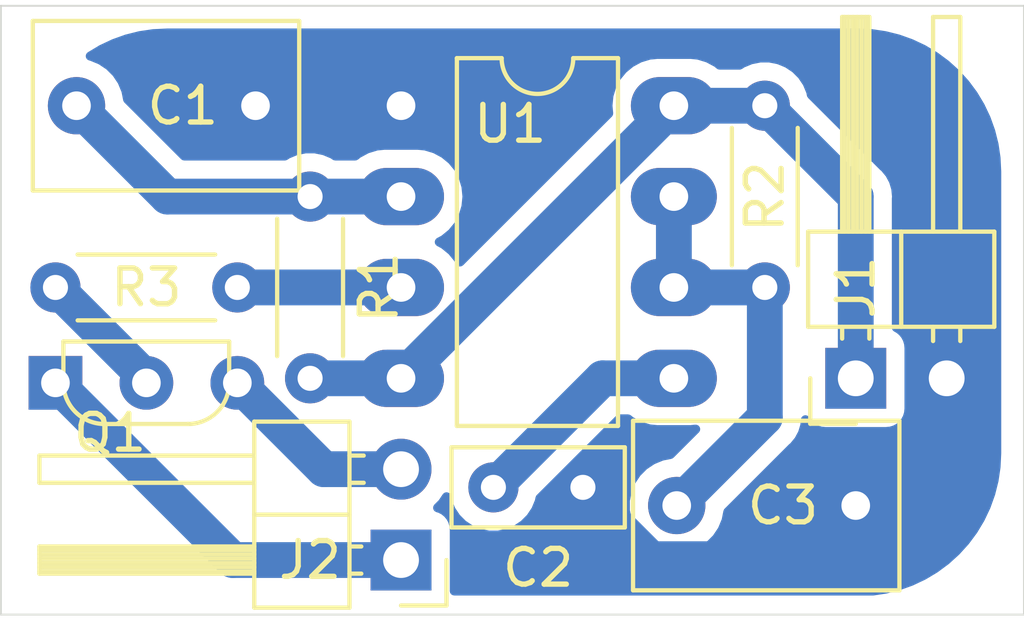
<source format=kicad_pcb>
(kicad_pcb (version 20171130) (host pcbnew 5.1.7-a382d34a8~87~ubuntu18.04.1)

  (general
    (thickness 1.6)
    (drawings 4)
    (tracks 28)
    (zones 0)
    (modules 10)
    (nets 10)
  )

  (page A4)
  (layers
    (0 F.Cu signal)
    (31 B.Cu signal)
    (32 B.Adhes user)
    (33 F.Adhes user)
    (34 B.Paste user)
    (35 F.Paste user)
    (36 B.SilkS user)
    (37 F.SilkS user)
    (38 B.Mask user)
    (39 F.Mask user)
    (40 Dwgs.User user)
    (41 Cmts.User user)
    (42 Eco1.User user)
    (43 Eco2.User user)
    (44 Edge.Cuts user)
    (45 Margin user)
    (46 B.CrtYd user)
    (47 F.CrtYd user hide)
    (48 B.Fab user)
    (49 F.Fab user hide)
  )

  (setup
    (last_trace_width 1)
    (user_trace_width 1)
    (trace_clearance 0.2)
    (zone_clearance 0.508)
    (zone_45_only yes)
    (trace_min 0.2)
    (via_size 0.8)
    (via_drill 0.4)
    (via_min_size 0.4)
    (via_min_drill 0.3)
    (uvia_size 0.3)
    (uvia_drill 0.1)
    (uvias_allowed no)
    (uvia_min_size 0.2)
    (uvia_min_drill 0.1)
    (edge_width 0.05)
    (segment_width 0.2)
    (pcb_text_width 0.3)
    (pcb_text_size 1.5 1.5)
    (mod_edge_width 0.12)
    (mod_text_size 1 1)
    (mod_text_width 0.15)
    (pad_size 1.524 1.524)
    (pad_drill 0.762)
    (pad_to_mask_clearance 0)
    (aux_axis_origin 0 0)
    (visible_elements FFFFFFFF)
    (pcbplotparams
      (layerselection 0x01000_fffffffe)
      (usegerberextensions false)
      (usegerberattributes true)
      (usegerberadvancedattributes true)
      (creategerberjobfile true)
      (excludeedgelayer true)
      (linewidth 0.100000)
      (plotframeref false)
      (viasonmask false)
      (mode 1)
      (useauxorigin false)
      (hpglpennumber 1)
      (hpglpenspeed 20)
      (hpglpendiameter 15.000000)
      (psnegative false)
      (psa4output false)
      (plotreference true)
      (plotvalue true)
      (plotinvisibletext false)
      (padsonsilk false)
      (subtractmaskfromsilk false)
      (outputformat 1)
      (mirror false)
      (drillshape 0)
      (scaleselection 1)
      (outputdirectory "./"))
  )

  (net 0 "")
  (net 1 "Net-(C1-Pad2)")
  (net 2 "Net-(C2-Pad2)")
  (net 3 "Net-(C3-Pad2)")
  (net 4 "Net-(Q1-Pad2)")
  (net 5 "Net-(R3-Pad2)")
  (net 6 "Net-(J1-Pad1)")
  (net 7 "Net-(C1-Pad1)")
  (net 8 "Net-(J2-Pad2)")
  (net 9 "Net-(J2-Pad1)")

  (net_class Default "This is the default net class."
    (clearance 0.2)
    (trace_width 0.25)
    (via_dia 0.8)
    (via_drill 0.4)
    (uvia_dia 0.3)
    (uvia_drill 0.1)
    (add_net "Net-(C1-Pad1)")
    (add_net "Net-(C1-Pad2)")
    (add_net "Net-(C2-Pad2)")
    (add_net "Net-(C3-Pad2)")
    (add_net "Net-(J1-Pad1)")
    (add_net "Net-(J2-Pad1)")
    (add_net "Net-(J2-Pad2)")
    (add_net "Net-(Q1-Pad2)")
    (add_net "Net-(R3-Pad2)")
  )

  (module Custom:TO-92_Inline_Wide_E-Line (layer F.Cu) (tedit 5F905C1C) (tstamp 5FB0E1C7)
    (at 128.524 95.631)
    (descr "TO-92 leads in-line, wide, drill 0.75mm (see NXP sot054_po.pdf)")
    (tags "to-92 sc-43 sc-43a sot54 PA33 transistor")
    (path /5FB27D01)
    (fp_text reference Q1 (at 1.524 1.397) (layer F.SilkS)
      (effects (font (size 1 1) (thickness 0.15)))
    )
    (fp_text value Q_NMOS_DGS (at 2.54 2.54) (layer F.Fab)
      (effects (font (size 1 1) (thickness 0.15)))
    )
    (fp_arc (start 1.4675 -0.0635) (end 1.4675 1.0865) (angle 90) (layer F.Fab) (width 0.12))
    (fp_arc (start 3.6125 -0.0635) (end 3.6125 1.0865) (angle -90) (layer F.Fab) (width 0.12))
    (fp_arc (start 1.3714 0) (end 1.3714 1.15) (angle 90) (layer F.SilkS) (width 0.12))
    (fp_arc (start 3.7014 0) (end 3.7014 1.15) (angle -90) (layer F.SilkS) (width 0.12))
    (fp_text user %R (at 2.54 -2.286) (layer F.Fab)
      (effects (font (size 1 1) (thickness 0.15)))
    )
    (fp_line (start -1.004 -1.524) (end 6.096 -1.524) (layer F.CrtYd) (width 0.05))
    (fp_line (start -1.004 -1.524) (end -1.004 1.5875) (layer F.CrtYd) (width 0.05))
    (fp_line (start 6.096 1.5875) (end 6.096 -1.524) (layer F.CrtYd) (width 0.05))
    (fp_line (start 6.096 1.5875) (end -1.004 1.5875) (layer F.CrtYd) (width 0.05))
    (fp_line (start 4.8514 0) (end 4.8514 -1.1557) (layer F.SilkS) (width 0.12))
    (fp_line (start 4.8514 -1.1557) (end 0.2214 -1.1557) (layer F.SilkS) (width 0.12))
    (fp_line (start 3.7014 1.15) (end 1.3714 1.15) (layer F.SilkS) (width 0.12))
    (fp_line (start 0.2214 0) (end 0.2214 -1.1557) (layer F.SilkS) (width 0.12))
    (fp_line (start 4.7625 -1.0795) (end 0.3175 -1.0795) (layer F.Fab) (width 0.1))
    (fp_line (start 4.7625 -0.0635) (end 4.7625 -1.0795) (layer F.Fab) (width 0.12))
    (fp_line (start 0.3175 -0.0635) (end 0.3175 -1.0795) (layer F.Fab) (width 0.12))
    (fp_line (start 3.6125 1.0865) (end 1.4675 1.0865) (layer F.Fab) (width 0.12))
    (pad 1 thru_hole rect (at 0 0 90) (size 1.5 1.5) (drill 0.8) (layers *.Cu *.Mask)
      (net 9 "Net-(J2-Pad1)"))
    (pad 3 thru_hole circle (at 5.08 0 90) (size 1.5 1.5) (drill 0.8) (layers *.Cu *.Mask)
      (net 8 "Net-(J2-Pad2)"))
    (pad 2 thru_hole circle (at 2.54 0 90) (size 1.5 1.5) (drill 0.8) (layers *.Cu *.Mask)
      (net 4 "Net-(Q1-Pad2)"))
    (model ${KISYS3DMOD}/Package_TO_SOT_THT.3dshapes/TO-92_Inline_Wide.wrl
      (at (xyz 0 0 0))
      (scale (xyz 1 1 1))
      (rotate (xyz 0 0 0))
    )
  )

  (module Connector_PinHeader_2.54mm:PinHeader_1x02_P2.54mm_Horizontal (layer F.Cu) (tedit 59FED5CB) (tstamp 5FB06C01)
    (at 138.176 100.584 180)
    (descr "Through hole angled pin header, 1x02, 2.54mm pitch, 6mm pin length, single row")
    (tags "Through hole angled pin header THT 1x02 2.54mm single row")
    (path /5FB098FD)
    (fp_text reference J2 (at 2.54 0) (layer F.SilkS)
      (effects (font (size 1 1) (thickness 0.15)))
    )
    (fp_text value "S1 or S2 pads" (at 4.385 4.81) (layer F.Fab)
      (effects (font (size 1 1) (thickness 0.15)))
    )
    (fp_text user %R (at 2.77 1.27 90) (layer F.Fab)
      (effects (font (size 1 1) (thickness 0.15)))
    )
    (fp_line (start 2.135 -1.27) (end 4.04 -1.27) (layer F.Fab) (width 0.1))
    (fp_line (start 4.04 -1.27) (end 4.04 3.81) (layer F.Fab) (width 0.1))
    (fp_line (start 4.04 3.81) (end 1.5 3.81) (layer F.Fab) (width 0.1))
    (fp_line (start 1.5 3.81) (end 1.5 -0.635) (layer F.Fab) (width 0.1))
    (fp_line (start 1.5 -0.635) (end 2.135 -1.27) (layer F.Fab) (width 0.1))
    (fp_line (start -0.32 -0.32) (end 1.5 -0.32) (layer F.Fab) (width 0.1))
    (fp_line (start -0.32 -0.32) (end -0.32 0.32) (layer F.Fab) (width 0.1))
    (fp_line (start -0.32 0.32) (end 1.5 0.32) (layer F.Fab) (width 0.1))
    (fp_line (start 4.04 -0.32) (end 10.04 -0.32) (layer F.Fab) (width 0.1))
    (fp_line (start 10.04 -0.32) (end 10.04 0.32) (layer F.Fab) (width 0.1))
    (fp_line (start 4.04 0.32) (end 10.04 0.32) (layer F.Fab) (width 0.1))
    (fp_line (start -0.32 2.22) (end 1.5 2.22) (layer F.Fab) (width 0.1))
    (fp_line (start -0.32 2.22) (end -0.32 2.86) (layer F.Fab) (width 0.1))
    (fp_line (start -0.32 2.86) (end 1.5 2.86) (layer F.Fab) (width 0.1))
    (fp_line (start 4.04 2.22) (end 10.04 2.22) (layer F.Fab) (width 0.1))
    (fp_line (start 10.04 2.22) (end 10.04 2.86) (layer F.Fab) (width 0.1))
    (fp_line (start 4.04 2.86) (end 10.04 2.86) (layer F.Fab) (width 0.1))
    (fp_line (start 1.44 -1.33) (end 1.44 3.87) (layer F.SilkS) (width 0.12))
    (fp_line (start 1.44 3.87) (end 4.1 3.87) (layer F.SilkS) (width 0.12))
    (fp_line (start 4.1 3.87) (end 4.1 -1.33) (layer F.SilkS) (width 0.12))
    (fp_line (start 4.1 -1.33) (end 1.44 -1.33) (layer F.SilkS) (width 0.12))
    (fp_line (start 4.1 -0.38) (end 10.1 -0.38) (layer F.SilkS) (width 0.12))
    (fp_line (start 10.1 -0.38) (end 10.1 0.38) (layer F.SilkS) (width 0.12))
    (fp_line (start 10.1 0.38) (end 4.1 0.38) (layer F.SilkS) (width 0.12))
    (fp_line (start 4.1 -0.32) (end 10.1 -0.32) (layer F.SilkS) (width 0.12))
    (fp_line (start 4.1 -0.2) (end 10.1 -0.2) (layer F.SilkS) (width 0.12))
    (fp_line (start 4.1 -0.08) (end 10.1 -0.08) (layer F.SilkS) (width 0.12))
    (fp_line (start 4.1 0.04) (end 10.1 0.04) (layer F.SilkS) (width 0.12))
    (fp_line (start 4.1 0.16) (end 10.1 0.16) (layer F.SilkS) (width 0.12))
    (fp_line (start 4.1 0.28) (end 10.1 0.28) (layer F.SilkS) (width 0.12))
    (fp_line (start 1.11 -0.38) (end 1.44 -0.38) (layer F.SilkS) (width 0.12))
    (fp_line (start 1.11 0.38) (end 1.44 0.38) (layer F.SilkS) (width 0.12))
    (fp_line (start 1.44 1.27) (end 4.1 1.27) (layer F.SilkS) (width 0.12))
    (fp_line (start 4.1 2.16) (end 10.1 2.16) (layer F.SilkS) (width 0.12))
    (fp_line (start 10.1 2.16) (end 10.1 2.92) (layer F.SilkS) (width 0.12))
    (fp_line (start 10.1 2.92) (end 4.1 2.92) (layer F.SilkS) (width 0.12))
    (fp_line (start 1.042929 2.16) (end 1.44 2.16) (layer F.SilkS) (width 0.12))
    (fp_line (start 1.042929 2.92) (end 1.44 2.92) (layer F.SilkS) (width 0.12))
    (fp_line (start -1.27 0) (end -1.27 -1.27) (layer F.SilkS) (width 0.12))
    (fp_line (start -1.27 -1.27) (end 0 -1.27) (layer F.SilkS) (width 0.12))
    (fp_line (start -1.8 -1.8) (end -1.8 4.35) (layer F.CrtYd) (width 0.05))
    (fp_line (start -1.8 4.35) (end 10.55 4.35) (layer F.CrtYd) (width 0.05))
    (fp_line (start 10.55 4.35) (end 10.55 -1.8) (layer F.CrtYd) (width 0.05))
    (fp_line (start 10.55 -1.8) (end -1.8 -1.8) (layer F.CrtYd) (width 0.05))
    (pad 2 thru_hole oval (at 0 2.54 180) (size 1.7 1.7) (drill 1) (layers *.Cu *.Mask)
      (net 8 "Net-(J2-Pad2)"))
    (pad 1 thru_hole rect (at 0 0 180) (size 1.7 1.7) (drill 1) (layers *.Cu *.Mask)
      (net 9 "Net-(J2-Pad1)"))
    (model ${KISYS3DMOD}/Connector_PinHeader_2.54mm.3dshapes/PinHeader_1x02_P2.54mm_Horizontal.wrl
      (at (xyz 0 0 0))
      (scale (xyz 1 1 1))
      (rotate (xyz 0 0 0))
    )
  )

  (module Connector_PinHeader_2.54mm:PinHeader_1x02_P2.54mm_Horizontal (layer F.Cu) (tedit 59FED5CB) (tstamp 5FB06BEB)
    (at 150.876 95.504 90)
    (descr "Through hole angled pin header, 1x02, 2.54mm pitch, 6mm pin length, single row")
    (tags "Through hole angled pin header THT 1x02 2.54mm single row")
    (path /5FB09224)
    (fp_text reference J1 (at 2.54 0 90) (layer F.SilkS)
      (effects (font (size 1 1) (thickness 0.15)))
    )
    (fp_text value "Power source" (at 4.385 4.81 90) (layer F.Fab)
      (effects (font (size 1 1) (thickness 0.15)))
    )
    (fp_text user %R (at 2.77 1.27) (layer F.Fab)
      (effects (font (size 1 1) (thickness 0.15)))
    )
    (fp_line (start 2.135 -1.27) (end 4.04 -1.27) (layer F.Fab) (width 0.1))
    (fp_line (start 4.04 -1.27) (end 4.04 3.81) (layer F.Fab) (width 0.1))
    (fp_line (start 4.04 3.81) (end 1.5 3.81) (layer F.Fab) (width 0.1))
    (fp_line (start 1.5 3.81) (end 1.5 -0.635) (layer F.Fab) (width 0.1))
    (fp_line (start 1.5 -0.635) (end 2.135 -1.27) (layer F.Fab) (width 0.1))
    (fp_line (start -0.32 -0.32) (end 1.5 -0.32) (layer F.Fab) (width 0.1))
    (fp_line (start -0.32 -0.32) (end -0.32 0.32) (layer F.Fab) (width 0.1))
    (fp_line (start -0.32 0.32) (end 1.5 0.32) (layer F.Fab) (width 0.1))
    (fp_line (start 4.04 -0.32) (end 10.04 -0.32) (layer F.Fab) (width 0.1))
    (fp_line (start 10.04 -0.32) (end 10.04 0.32) (layer F.Fab) (width 0.1))
    (fp_line (start 4.04 0.32) (end 10.04 0.32) (layer F.Fab) (width 0.1))
    (fp_line (start -0.32 2.22) (end 1.5 2.22) (layer F.Fab) (width 0.1))
    (fp_line (start -0.32 2.22) (end -0.32 2.86) (layer F.Fab) (width 0.1))
    (fp_line (start -0.32 2.86) (end 1.5 2.86) (layer F.Fab) (width 0.1))
    (fp_line (start 4.04 2.22) (end 10.04 2.22) (layer F.Fab) (width 0.1))
    (fp_line (start 10.04 2.22) (end 10.04 2.86) (layer F.Fab) (width 0.1))
    (fp_line (start 4.04 2.86) (end 10.04 2.86) (layer F.Fab) (width 0.1))
    (fp_line (start 1.44 -1.33) (end 1.44 3.87) (layer F.SilkS) (width 0.12))
    (fp_line (start 1.44 3.87) (end 4.1 3.87) (layer F.SilkS) (width 0.12))
    (fp_line (start 4.1 3.87) (end 4.1 -1.33) (layer F.SilkS) (width 0.12))
    (fp_line (start 4.1 -1.33) (end 1.44 -1.33) (layer F.SilkS) (width 0.12))
    (fp_line (start 4.1 -0.38) (end 10.1 -0.38) (layer F.SilkS) (width 0.12))
    (fp_line (start 10.1 -0.38) (end 10.1 0.38) (layer F.SilkS) (width 0.12))
    (fp_line (start 10.1 0.38) (end 4.1 0.38) (layer F.SilkS) (width 0.12))
    (fp_line (start 4.1 -0.32) (end 10.1 -0.32) (layer F.SilkS) (width 0.12))
    (fp_line (start 4.1 -0.2) (end 10.1 -0.2) (layer F.SilkS) (width 0.12))
    (fp_line (start 4.1 -0.08) (end 10.1 -0.08) (layer F.SilkS) (width 0.12))
    (fp_line (start 4.1 0.04) (end 10.1 0.04) (layer F.SilkS) (width 0.12))
    (fp_line (start 4.1 0.16) (end 10.1 0.16) (layer F.SilkS) (width 0.12))
    (fp_line (start 4.1 0.28) (end 10.1 0.28) (layer F.SilkS) (width 0.12))
    (fp_line (start 1.11 -0.38) (end 1.44 -0.38) (layer F.SilkS) (width 0.12))
    (fp_line (start 1.11 0.38) (end 1.44 0.38) (layer F.SilkS) (width 0.12))
    (fp_line (start 1.44 1.27) (end 4.1 1.27) (layer F.SilkS) (width 0.12))
    (fp_line (start 4.1 2.16) (end 10.1 2.16) (layer F.SilkS) (width 0.12))
    (fp_line (start 10.1 2.16) (end 10.1 2.92) (layer F.SilkS) (width 0.12))
    (fp_line (start 10.1 2.92) (end 4.1 2.92) (layer F.SilkS) (width 0.12))
    (fp_line (start 1.042929 2.16) (end 1.44 2.16) (layer F.SilkS) (width 0.12))
    (fp_line (start 1.042929 2.92) (end 1.44 2.92) (layer F.SilkS) (width 0.12))
    (fp_line (start -1.27 0) (end -1.27 -1.27) (layer F.SilkS) (width 0.12))
    (fp_line (start -1.27 -1.27) (end 0 -1.27) (layer F.SilkS) (width 0.12))
    (fp_line (start -1.8 -1.8) (end -1.8 4.35) (layer F.CrtYd) (width 0.05))
    (fp_line (start -1.8 4.35) (end 10.55 4.35) (layer F.CrtYd) (width 0.05))
    (fp_line (start 10.55 4.35) (end 10.55 -1.8) (layer F.CrtYd) (width 0.05))
    (fp_line (start 10.55 -1.8) (end -1.8 -1.8) (layer F.CrtYd) (width 0.05))
    (pad 2 thru_hole oval (at 0 2.54 90) (size 1.7 1.7) (drill 1) (layers *.Cu *.Mask)
      (net 7 "Net-(C1-Pad1)"))
    (pad 1 thru_hole rect (at 0 0 90) (size 1.7 1.7) (drill 1) (layers *.Cu *.Mask)
      (net 6 "Net-(J1-Pad1)"))
    (model ${KISYS3DMOD}/Connector_PinHeader_2.54mm.3dshapes/PinHeader_1x02_P2.54mm_Horizontal.wrl
      (at (xyz 0 0 0))
      (scale (xyz 1 1 1))
      (rotate (xyz 0 0 0))
    )
  )

  (module Capacitor_THT:C_Rect_L7.2mm_W4.5mm_P5.00mm_FKS2_FKP2_MKS2_MKP2 (layer F.Cu) (tedit 5AE50EF0) (tstamp 5FAB2BDF)
    (at 134.112 87.884 180)
    (descr "C, Rect series, Radial, pin pitch=5.00mm, , length*width=7.2*4.5mm^2, Capacitor, http://www.wima.com/EN/WIMA_FKS_2.pdf")
    (tags "C Rect series Radial pin pitch 5.00mm  length 7.2mm width 4.5mm Capacitor")
    (path /5FA51E77)
    (fp_text reference C1 (at 2.032 0) (layer F.SilkS)
      (effects (font (size 1 1) (thickness 0.15)))
    )
    (fp_text value 150nF (at 2.5 3.5) (layer F.Fab)
      (effects (font (size 1 1) (thickness 0.15)))
    )
    (fp_text user %R (at 2.5 0) (layer F.Fab)
      (effects (font (size 1 1) (thickness 0.15)))
    )
    (fp_line (start -1.1 -2.25) (end -1.1 2.25) (layer F.Fab) (width 0.1))
    (fp_line (start -1.1 2.25) (end 6.1 2.25) (layer F.Fab) (width 0.1))
    (fp_line (start 6.1 2.25) (end 6.1 -2.25) (layer F.Fab) (width 0.1))
    (fp_line (start 6.1 -2.25) (end -1.1 -2.25) (layer F.Fab) (width 0.1))
    (fp_line (start -1.22 -2.37) (end 6.22 -2.37) (layer F.SilkS) (width 0.12))
    (fp_line (start -1.22 2.37) (end 6.22 2.37) (layer F.SilkS) (width 0.12))
    (fp_line (start -1.22 -2.37) (end -1.22 2.37) (layer F.SilkS) (width 0.12))
    (fp_line (start 6.22 -2.37) (end 6.22 2.37) (layer F.SilkS) (width 0.12))
    (fp_line (start -1.35 -2.5) (end -1.35 2.5) (layer F.CrtYd) (width 0.05))
    (fp_line (start -1.35 2.5) (end 6.35 2.5) (layer F.CrtYd) (width 0.05))
    (fp_line (start 6.35 2.5) (end 6.35 -2.5) (layer F.CrtYd) (width 0.05))
    (fp_line (start 6.35 -2.5) (end -1.35 -2.5) (layer F.CrtYd) (width 0.05))
    (pad 2 thru_hole circle (at 5 0 180) (size 1.6 1.6) (drill 0.8) (layers *.Cu *.Mask)
      (net 1 "Net-(C1-Pad2)"))
    (pad 1 thru_hole circle (at 0 0 180) (size 1.6 1.6) (drill 0.8) (layers *.Cu *.Mask)
      (net 7 "Net-(C1-Pad1)"))
    (model ${KISYS3DMOD}/Capacitor_THT.3dshapes/C_Rect_L7.2mm_W4.5mm_P5.00mm_FKS2_FKP2_MKS2_MKP2.wrl
      (at (xyz 0 0 0))
      (scale (xyz 1 1 1))
      (rotate (xyz 0 0 0))
    )
  )

  (module Capacitor_THT:C_Rect_L4.6mm_W2.0mm_P2.50mm_MKS02_FKP02 (layer F.Cu) (tedit 5AE50EF0) (tstamp 5FAAE154)
    (at 143.256 98.552 180)
    (descr "C, Rect series, Radial, pin pitch=2.50mm, , length*width=4.6*2mm^2, Capacitor, http://www.wima.de/DE/WIMA_MKS_02.pdf")
    (tags "C Rect series Radial pin pitch 2.50mm  length 4.6mm width 2mm Capacitor")
    (path /5FA39340)
    (fp_text reference C2 (at 1.25 -2.25) (layer F.SilkS)
      (effects (font (size 1 1) (thickness 0.15)))
    )
    (fp_text value 10nF (at 1.25 2.25) (layer F.Fab)
      (effects (font (size 1 1) (thickness 0.15)))
    )
    (fp_text user %R (at 1.25 0) (layer F.Fab)
      (effects (font (size 0.92 0.92) (thickness 0.138)))
    )
    (fp_line (start -1.05 -1) (end -1.05 1) (layer F.Fab) (width 0.1))
    (fp_line (start -1.05 1) (end 3.55 1) (layer F.Fab) (width 0.1))
    (fp_line (start 3.55 1) (end 3.55 -1) (layer F.Fab) (width 0.1))
    (fp_line (start 3.55 -1) (end -1.05 -1) (layer F.Fab) (width 0.1))
    (fp_line (start -1.17 -1.12) (end 3.67 -1.12) (layer F.SilkS) (width 0.12))
    (fp_line (start -1.17 1.12) (end 3.67 1.12) (layer F.SilkS) (width 0.12))
    (fp_line (start -1.17 -1.12) (end -1.17 1.12) (layer F.SilkS) (width 0.12))
    (fp_line (start 3.67 -1.12) (end 3.67 1.12) (layer F.SilkS) (width 0.12))
    (fp_line (start -1.3 -1.25) (end -1.3 1.25) (layer F.CrtYd) (width 0.05))
    (fp_line (start -1.3 1.25) (end 3.8 1.25) (layer F.CrtYd) (width 0.05))
    (fp_line (start 3.8 1.25) (end 3.8 -1.25) (layer F.CrtYd) (width 0.05))
    (fp_line (start 3.8 -1.25) (end -1.3 -1.25) (layer F.CrtYd) (width 0.05))
    (pad 2 thru_hole circle (at 2.5 0 180) (size 1.4 1.4) (drill 0.7) (layers *.Cu *.Mask)
      (net 2 "Net-(C2-Pad2)"))
    (pad 1 thru_hole circle (at 0 0 180) (size 1.4 1.4) (drill 0.7) (layers *.Cu *.Mask)
      (net 7 "Net-(C1-Pad1)"))
    (model ${KISYS3DMOD}/Capacitor_THT.3dshapes/C_Rect_L4.6mm_W2.0mm_P2.50mm_MKS02_FKP02.wrl
      (at (xyz 0 0 0))
      (scale (xyz 1 1 1))
      (rotate (xyz 0 0 0))
    )
  )

  (module Capacitor_THT:C_Rect_L7.2mm_W4.5mm_P5.00mm_FKS2_FKP2_MKS2_MKP2 (layer F.Cu) (tedit 5AE50EF0) (tstamp 5FAAE0E9)
    (at 150.876 99.06 180)
    (descr "C, Rect series, Radial, pin pitch=5.00mm, , length*width=7.2*4.5mm^2, Capacitor, http://www.wima.com/EN/WIMA_FKS_2.pdf")
    (tags "C Rect series Radial pin pitch 5.00mm  length 7.2mm width 4.5mm Capacitor")
    (path /5FA3BC43)
    (fp_text reference C3 (at 2.032 0) (layer F.SilkS)
      (effects (font (size 1 1) (thickness 0.15)))
    )
    (fp_text value 150nF (at 2.5 3.5) (layer F.Fab)
      (effects (font (size 1 1) (thickness 0.15)))
    )
    (fp_text user %R (at 2.5 0) (layer F.Fab)
      (effects (font (size 1 1) (thickness 0.15)))
    )
    (fp_line (start -1.1 -2.25) (end -1.1 2.25) (layer F.Fab) (width 0.1))
    (fp_line (start -1.1 2.25) (end 6.1 2.25) (layer F.Fab) (width 0.1))
    (fp_line (start 6.1 2.25) (end 6.1 -2.25) (layer F.Fab) (width 0.1))
    (fp_line (start 6.1 -2.25) (end -1.1 -2.25) (layer F.Fab) (width 0.1))
    (fp_line (start -1.22 -2.37) (end 6.22 -2.37) (layer F.SilkS) (width 0.12))
    (fp_line (start -1.22 2.37) (end 6.22 2.37) (layer F.SilkS) (width 0.12))
    (fp_line (start -1.22 -2.37) (end -1.22 2.37) (layer F.SilkS) (width 0.12))
    (fp_line (start 6.22 -2.37) (end 6.22 2.37) (layer F.SilkS) (width 0.12))
    (fp_line (start -1.35 -2.5) (end -1.35 2.5) (layer F.CrtYd) (width 0.05))
    (fp_line (start -1.35 2.5) (end 6.35 2.5) (layer F.CrtYd) (width 0.05))
    (fp_line (start 6.35 2.5) (end 6.35 -2.5) (layer F.CrtYd) (width 0.05))
    (fp_line (start 6.35 -2.5) (end -1.35 -2.5) (layer F.CrtYd) (width 0.05))
    (pad 2 thru_hole circle (at 5 0 180) (size 1.6 1.6) (drill 0.8) (layers *.Cu *.Mask)
      (net 3 "Net-(C3-Pad2)"))
    (pad 1 thru_hole circle (at 0 0 180) (size 1.6 1.6) (drill 0.8) (layers *.Cu *.Mask)
      (net 7 "Net-(C1-Pad1)"))
    (model ${KISYS3DMOD}/Capacitor_THT.3dshapes/C_Rect_L7.2mm_W4.5mm_P5.00mm_FKS2_FKP2_MKS2_MKP2.wrl
      (at (xyz 0 0 0))
      (scale (xyz 1 1 1))
      (rotate (xyz 0 0 0))
    )
  )

  (module Package_DIP:DIP-8_W7.62mm_LongPads (layer F.Cu) (tedit 5A02E8C5) (tstamp 5FAAE237)
    (at 138.176 87.884)
    (descr "8-lead though-hole mounted DIP package, row spacing 7.62 mm (300 mils), LongPads")
    (tags "THT DIP DIL PDIP 2.54mm 7.62mm 300mil LongPads")
    (path /5FA376EF)
    (fp_text reference U1 (at 3.048 0.508) (layer F.SilkS)
      (effects (font (size 1 1) (thickness 0.15)))
    )
    (fp_text value LM555xM (at 3.81 9.95) (layer F.Fab)
      (effects (font (size 1 1) (thickness 0.15)))
    )
    (fp_line (start 9.1 -1.55) (end -1.45 -1.55) (layer F.CrtYd) (width 0.05))
    (fp_line (start 9.1 9.15) (end 9.1 -1.55) (layer F.CrtYd) (width 0.05))
    (fp_line (start -1.45 9.15) (end 9.1 9.15) (layer F.CrtYd) (width 0.05))
    (fp_line (start -1.45 -1.55) (end -1.45 9.15) (layer F.CrtYd) (width 0.05))
    (fp_line (start 6.06 -1.33) (end 4.81 -1.33) (layer F.SilkS) (width 0.12))
    (fp_line (start 6.06 8.95) (end 6.06 -1.33) (layer F.SilkS) (width 0.12))
    (fp_line (start 1.56 8.95) (end 6.06 8.95) (layer F.SilkS) (width 0.12))
    (fp_line (start 1.56 -1.33) (end 1.56 8.95) (layer F.SilkS) (width 0.12))
    (fp_line (start 2.81 -1.33) (end 1.56 -1.33) (layer F.SilkS) (width 0.12))
    (fp_line (start 0.635 -0.27) (end 1.635 -1.27) (layer F.Fab) (width 0.1))
    (fp_line (start 0.635 8.89) (end 0.635 -0.27) (layer F.Fab) (width 0.1))
    (fp_line (start 6.985 8.89) (end 0.635 8.89) (layer F.Fab) (width 0.1))
    (fp_line (start 6.985 -1.27) (end 6.985 8.89) (layer F.Fab) (width 0.1))
    (fp_line (start 1.635 -1.27) (end 6.985 -1.27) (layer F.Fab) (width 0.1))
    (fp_text user %R (at 3.81 3.81) (layer F.Fab)
      (effects (font (size 1 1) (thickness 0.15)))
    )
    (fp_arc (start 3.81 -1.33) (end 2.81 -1.33) (angle -180) (layer F.SilkS) (width 0.12))
    (pad 8 thru_hole oval (at 7.62 0) (size 2.4 1.6) (drill 0.8) (layers *.Cu *.Mask)
      (net 6 "Net-(J1-Pad1)"))
    (pad 4 thru_hole oval (at 0 7.62) (size 2.4 1.6) (drill 0.8) (layers *.Cu *.Mask)
      (net 6 "Net-(J1-Pad1)"))
    (pad 7 thru_hole oval (at 7.62 2.54) (size 2.4 1.6) (drill 0.8) (layers *.Cu *.Mask)
      (net 3 "Net-(C3-Pad2)"))
    (pad 3 thru_hole oval (at 0 5.08) (size 2.4 1.6) (drill 0.8) (layers *.Cu *.Mask)
      (net 5 "Net-(R3-Pad2)"))
    (pad 6 thru_hole oval (at 7.62 5.08) (size 2.4 1.6) (drill 0.8) (layers *.Cu *.Mask)
      (net 3 "Net-(C3-Pad2)"))
    (pad 2 thru_hole oval (at 0 2.54) (size 2.4 1.6) (drill 0.8) (layers *.Cu *.Mask)
      (net 1 "Net-(C1-Pad2)"))
    (pad 5 thru_hole oval (at 7.62 7.62) (size 2.4 1.6) (drill 0.8) (layers *.Cu *.Mask)
      (net 2 "Net-(C2-Pad2)"))
    (pad 1 thru_hole rect (at 0 0) (size 2.4 1.6) (drill 0.8) (layers *.Cu *.Mask)
      (net 7 "Net-(C1-Pad1)"))
    (model ${KISYS3DMOD}/Package_DIP.3dshapes/DIP-8_W7.62mm.wrl
      (at (xyz 0 0 0))
      (scale (xyz 1 1 1))
      (rotate (xyz 0 0 0))
    )
  )

  (module Resistor_THT:R_Axial_DIN0204_L3.6mm_D1.6mm_P5.08mm_Horizontal (layer F.Cu) (tedit 5AE5139B) (tstamp 5FAAE20A)
    (at 128.524 92.964)
    (descr "Resistor, Axial_DIN0204 series, Axial, Horizontal, pin pitch=5.08mm, 0.167W, length*diameter=3.6*1.6mm^2, http://cdn-reichelt.de/documents/datenblatt/B400/1_4W%23YAG.pdf")
    (tags "Resistor Axial_DIN0204 series Axial Horizontal pin pitch 5.08mm 0.167W length 3.6mm diameter 1.6mm")
    (path /5FAA7533)
    (fp_text reference R3 (at 2.54 0) (layer F.SilkS)
      (effects (font (size 1 1) (thickness 0.15)))
    )
    (fp_text value 470 (at 2.54 1.92) (layer F.Fab)
      (effects (font (size 1 1) (thickness 0.15)))
    )
    (fp_line (start 6.03 -1.05) (end -0.95 -1.05) (layer F.CrtYd) (width 0.05))
    (fp_line (start 6.03 1.05) (end 6.03 -1.05) (layer F.CrtYd) (width 0.05))
    (fp_line (start -0.95 1.05) (end 6.03 1.05) (layer F.CrtYd) (width 0.05))
    (fp_line (start -0.95 -1.05) (end -0.95 1.05) (layer F.CrtYd) (width 0.05))
    (fp_line (start 0.62 0.92) (end 4.46 0.92) (layer F.SilkS) (width 0.12))
    (fp_line (start 0.62 -0.92) (end 4.46 -0.92) (layer F.SilkS) (width 0.12))
    (fp_line (start 5.08 0) (end 4.34 0) (layer F.Fab) (width 0.1))
    (fp_line (start 0 0) (end 0.74 0) (layer F.Fab) (width 0.1))
    (fp_line (start 4.34 -0.8) (end 0.74 -0.8) (layer F.Fab) (width 0.1))
    (fp_line (start 4.34 0.8) (end 4.34 -0.8) (layer F.Fab) (width 0.1))
    (fp_line (start 0.74 0.8) (end 4.34 0.8) (layer F.Fab) (width 0.1))
    (fp_line (start 0.74 -0.8) (end 0.74 0.8) (layer F.Fab) (width 0.1))
    (fp_text user %R (at 2.54 0) (layer F.Fab)
      (effects (font (size 0.72 0.72) (thickness 0.108)))
    )
    (pad 2 thru_hole oval (at 5.08 0) (size 1.4 1.4) (drill 0.7) (layers *.Cu *.Mask)
      (net 5 "Net-(R3-Pad2)"))
    (pad 1 thru_hole circle (at 0 0) (size 1.4 1.4) (drill 0.7) (layers *.Cu *.Mask)
      (net 4 "Net-(Q1-Pad2)"))
    (model ${KISYS3DMOD}/Resistor_THT.3dshapes/R_Axial_DIN0204_L3.6mm_D1.6mm_P5.08mm_Horizontal.wrl
      (at (xyz 0 0 0))
      (scale (xyz 1 1 1))
      (rotate (xyz 0 0 0))
    )
  )

  (module Resistor_THT:R_Axial_DIN0204_L3.6mm_D1.6mm_P5.08mm_Horizontal (layer F.Cu) (tedit 5AE5139B) (tstamp 5FAAE1F7)
    (at 148.336 92.964 90)
    (descr "Resistor, Axial_DIN0204 series, Axial, Horizontal, pin pitch=5.08mm, 0.167W, length*diameter=3.6*1.6mm^2, http://cdn-reichelt.de/documents/datenblatt/B400/1_4W%23YAG.pdf")
    (tags "Resistor Axial_DIN0204 series Axial Horizontal pin pitch 5.08mm 0.167W length 3.6mm diameter 1.6mm")
    (path /5FA55F86)
    (fp_text reference R2 (at 2.54 0 90) (layer F.SilkS)
      (effects (font (size 1 1) (thickness 0.15)))
    )
    (fp_text value 820K (at 2.54 1.92 90) (layer F.Fab)
      (effects (font (size 1 1) (thickness 0.15)))
    )
    (fp_line (start 6.03 -1.05) (end -0.95 -1.05) (layer F.CrtYd) (width 0.05))
    (fp_line (start 6.03 1.05) (end 6.03 -1.05) (layer F.CrtYd) (width 0.05))
    (fp_line (start -0.95 1.05) (end 6.03 1.05) (layer F.CrtYd) (width 0.05))
    (fp_line (start -0.95 -1.05) (end -0.95 1.05) (layer F.CrtYd) (width 0.05))
    (fp_line (start 0.62 0.92) (end 4.46 0.92) (layer F.SilkS) (width 0.12))
    (fp_line (start 0.62 -0.92) (end 4.46 -0.92) (layer F.SilkS) (width 0.12))
    (fp_line (start 5.08 0) (end 4.34 0) (layer F.Fab) (width 0.1))
    (fp_line (start 0 0) (end 0.74 0) (layer F.Fab) (width 0.1))
    (fp_line (start 4.34 -0.8) (end 0.74 -0.8) (layer F.Fab) (width 0.1))
    (fp_line (start 4.34 0.8) (end 4.34 -0.8) (layer F.Fab) (width 0.1))
    (fp_line (start 0.74 0.8) (end 4.34 0.8) (layer F.Fab) (width 0.1))
    (fp_line (start 0.74 -0.8) (end 0.74 0.8) (layer F.Fab) (width 0.1))
    (fp_text user %R (at 2.54 0 90) (layer F.Fab)
      (effects (font (size 0.72 0.72) (thickness 0.108)))
    )
    (pad 2 thru_hole oval (at 5.08 0 90) (size 1.4 1.4) (drill 0.7) (layers *.Cu *.Mask)
      (net 6 "Net-(J1-Pad1)"))
    (pad 1 thru_hole circle (at 0 0 90) (size 1.4 1.4) (drill 0.7) (layers *.Cu *.Mask)
      (net 3 "Net-(C3-Pad2)"))
    (model ${KISYS3DMOD}/Resistor_THT.3dshapes/R_Axial_DIN0204_L3.6mm_D1.6mm_P5.08mm_Horizontal.wrl
      (at (xyz 0 0 0))
      (scale (xyz 1 1 1))
      (rotate (xyz 0 0 0))
    )
  )

  (module Resistor_THT:R_Axial_DIN0204_L3.6mm_D1.6mm_P5.08mm_Horizontal (layer F.Cu) (tedit 5AE5139B) (tstamp 5FAAE1E4)
    (at 135.636 90.424 270)
    (descr "Resistor, Axial_DIN0204 series, Axial, Horizontal, pin pitch=5.08mm, 0.167W, length*diameter=3.6*1.6mm^2, http://cdn-reichelt.de/documents/datenblatt/B400/1_4W%23YAG.pdf")
    (tags "Resistor Axial_DIN0204 series Axial Horizontal pin pitch 5.08mm 0.167W length 3.6mm diameter 1.6mm")
    (path /5FA56E0E)
    (fp_text reference R1 (at 2.54 -1.92 90) (layer F.SilkS)
      (effects (font (size 1 1) (thickness 0.15)))
    )
    (fp_text value 100K (at 2.54 1.92 90) (layer F.Fab)
      (effects (font (size 1 1) (thickness 0.15)))
    )
    (fp_line (start 6.03 -1.05) (end -0.95 -1.05) (layer F.CrtYd) (width 0.05))
    (fp_line (start 6.03 1.05) (end 6.03 -1.05) (layer F.CrtYd) (width 0.05))
    (fp_line (start -0.95 1.05) (end 6.03 1.05) (layer F.CrtYd) (width 0.05))
    (fp_line (start -0.95 -1.05) (end -0.95 1.05) (layer F.CrtYd) (width 0.05))
    (fp_line (start 0.62 0.92) (end 4.46 0.92) (layer F.SilkS) (width 0.12))
    (fp_line (start 0.62 -0.92) (end 4.46 -0.92) (layer F.SilkS) (width 0.12))
    (fp_line (start 5.08 0) (end 4.34 0) (layer F.Fab) (width 0.1))
    (fp_line (start 0 0) (end 0.74 0) (layer F.Fab) (width 0.1))
    (fp_line (start 4.34 -0.8) (end 0.74 -0.8) (layer F.Fab) (width 0.1))
    (fp_line (start 4.34 0.8) (end 4.34 -0.8) (layer F.Fab) (width 0.1))
    (fp_line (start 0.74 0.8) (end 4.34 0.8) (layer F.Fab) (width 0.1))
    (fp_line (start 0.74 -0.8) (end 0.74 0.8) (layer F.Fab) (width 0.1))
    (fp_text user %R (at 2.54 0 90) (layer F.Fab)
      (effects (font (size 0.72 0.72) (thickness 0.108)))
    )
    (pad 2 thru_hole oval (at 5.08 0 270) (size 1.4 1.4) (drill 0.7) (layers *.Cu *.Mask)
      (net 6 "Net-(J1-Pad1)"))
    (pad 1 thru_hole circle (at 0 0 270) (size 1.4 1.4) (drill 0.7) (layers *.Cu *.Mask)
      (net 1 "Net-(C1-Pad2)"))
    (model ${KISYS3DMOD}/Resistor_THT.3dshapes/R_Axial_DIN0204_L3.6mm_D1.6mm_P5.08mm_Horizontal.wrl
      (at (xyz 0 0 0))
      (scale (xyz 1 1 1))
      (rotate (xyz 0 0 0))
    )
  )

  (gr_line (start 127 102.108) (end 127 85.09) (layer Edge.Cuts) (width 0.05) (tstamp 5FB0E710))
  (gr_line (start 155.575 102.108) (end 127 102.108) (layer Edge.Cuts) (width 0.05))
  (gr_line (start 155.575 85.09) (end 155.575 102.108) (layer Edge.Cuts) (width 0.05))
  (gr_line (start 127 85.09) (end 155.575 85.09) (layer Edge.Cuts) (width 0.05))

  (segment (start 145.796 90.424) (end 145.796 92.964) (width 1) (layer B.Cu) (net 3))
  (segment (start 145.796 92.964) (end 148.336 92.964) (width 1) (layer B.Cu) (net 3))
  (segment (start 145.876 99.06) (end 146.13 99.06) (width 1) (layer B.Cu) (net 3))
  (segment (start 148.336 92.964) (end 148.336 96.6) (width 1) (layer B.Cu) (net 3))
  (segment (start 148.336 96.6) (end 145.876 99.06) (width 1) (layer B.Cu) (net 3))
  (segment (start 140.756 98.552) (end 143.804 95.504) (width 1) (layer B.Cu) (net 2))
  (segment (start 143.804 95.504) (end 145.796 95.504) (width 1) (layer B.Cu) (net 2))
  (segment (start 138.176 90.424) (end 135.636 90.424) (width 1) (layer B.Cu) (net 1))
  (segment (start 131.652 90.424) (end 129.112 87.884) (width 1) (layer B.Cu) (net 1))
  (segment (start 135.636 90.424) (end 131.652 90.424) (width 1) (layer B.Cu) (net 1))
  (segment (start 131.064 95.504) (end 128.524 92.964) (width 1) (layer B.Cu) (net 4))
  (segment (start 131.064 95.631) (end 131.064 95.504) (width 1) (layer B.Cu) (net 4))
  (segment (start 134.112 92.964) (end 138.176 92.964) (width 1) (layer B.Cu) (net 5))
  (segment (start 135.636 95.504) (end 138.176 95.504) (width 1) (layer B.Cu) (net 6))
  (segment (start 138.176 95.504) (end 145.796 87.884) (width 1) (layer B.Cu) (net 6))
  (segment (start 145.796 87.884) (end 148.336 87.884) (width 1) (layer B.Cu) (net 6))
  (segment (start 150.876 90.424) (end 148.336 87.884) (width 1) (layer B.Cu) (net 6))
  (segment (start 150.876 95.504) (end 150.876 90.424) (width 1) (layer B.Cu) (net 6))
  (segment (start 143.256 98.660002) (end 143.256 98.552) (width 1) (layer B.Cu) (net 7))
  (segment (start 145.155999 100.560001) (end 143.256 98.660002) (width 1) (layer B.Cu) (net 7))
  (segment (start 149.629999 100.560001) (end 145.155999 100.560001) (width 1) (layer B.Cu) (net 7))
  (segment (start 153.416 95.504) (end 153.416 96.774) (width 1) (layer B.Cu) (net 7))
  (segment (start 153.416 96.774) (end 149.629999 100.560001) (width 1) (layer B.Cu) (net 7))
  (segment (start 134.112 87.884) (end 138.176 87.884) (width 1) (layer B.Cu) (net 7))
  (segment (start 136.017 98.044) (end 138.176 98.044) (width 1) (layer B.Cu) (net 8))
  (segment (start 133.604 95.631) (end 136.017 98.044) (width 1) (layer B.Cu) (net 8))
  (segment (start 133.477 100.584) (end 128.524 95.631) (width 1) (layer B.Cu) (net 9))
  (segment (start 138.176 100.584) (end 133.477 100.584) (width 1) (layer B.Cu) (net 9))

  (zone (net 7) (net_name "Net-(C1-Pad1)") (layer B.Cu) (tstamp 5FB0F075) (hatch edge 0.508)
    (connect_pads yes (clearance 0.508))
    (min_thickness 0.254)
    (fill yes (arc_segments 32) (thermal_gap 0.508) (thermal_bridge_width 0.508) (smoothing fillet) (radius 4))
    (polygon
      (pts
        (xy 154.94 101.6) (xy 127.635 101.6) (xy 127.635 85.725) (xy 154.94 85.725)
      )
    )
    (filled_polygon
      (pts
        (xy 151.31961 85.870802) (xy 151.695549 85.926568) (xy 152.064231 86.018918) (xy 152.422069 86.146954) (xy 152.765657 86.309459)
        (xy 153.091636 86.504844) (xy 153.396905 86.731247) (xy 153.678516 86.986484) (xy 153.933753 87.268095) (xy 154.160156 87.573364)
        (xy 154.355541 87.899343) (xy 154.518046 88.242931) (xy 154.646082 88.600769) (xy 154.738432 88.969451) (xy 154.794198 89.34539)
        (xy 154.813 89.728118) (xy 154.813 97.596882) (xy 154.794198 97.97961) (xy 154.738432 98.355549) (xy 154.646082 98.724231)
        (xy 154.518046 99.082069) (xy 154.355541 99.425657) (xy 154.160156 99.751636) (xy 153.933753 100.056905) (xy 153.678516 100.338516)
        (xy 153.396905 100.593753) (xy 153.091636 100.820156) (xy 152.765657 101.015541) (xy 152.422069 101.178046) (xy 152.064231 101.306082)
        (xy 151.695549 101.398432) (xy 151.361393 101.448) (xy 139.662693 101.448) (xy 139.664072 101.434) (xy 139.664072 99.734)
        (xy 139.651812 99.609518) (xy 139.615502 99.48982) (xy 139.556537 99.379506) (xy 139.477185 99.282815) (xy 139.380494 99.203463)
        (xy 139.27018 99.144498) (xy 139.19762 99.122487) (xy 139.329475 98.990632) (xy 139.447084 98.814618) (xy 139.472304 98.941405)
        (xy 139.572939 99.184359) (xy 139.719038 99.403013) (xy 139.904987 99.588962) (xy 140.123641 99.735061) (xy 140.366595 99.835696)
        (xy 140.624514 99.887) (xy 140.887486 99.887) (xy 141.145405 99.835696) (xy 141.388359 99.735061) (xy 141.607013 99.588962)
        (xy 141.792962 99.403013) (xy 141.939061 99.184359) (xy 142.039696 98.941405) (xy 142.056573 98.856558) (xy 144.274132 96.639)
        (xy 144.516998 96.639) (xy 144.594899 96.702932) (xy 144.844192 96.836182) (xy 145.114691 96.918236) (xy 145.325508 96.939)
        (xy 146.266492 96.939) (xy 146.405566 96.925302) (xy 145.698718 97.63215) (xy 145.457426 97.680147) (xy 145.196273 97.78832)
        (xy 144.961241 97.945363) (xy 144.761363 98.145241) (xy 144.60432 98.380273) (xy 144.496147 98.641426) (xy 144.441 98.918665)
        (xy 144.441 99.201335) (xy 144.496147 99.478574) (xy 144.60432 99.739727) (xy 144.761363 99.974759) (xy 144.961241 100.174637)
        (xy 145.196273 100.33168) (xy 145.457426 100.439853) (xy 145.734665 100.495) (xy 146.017335 100.495) (xy 146.294574 100.439853)
        (xy 146.555727 100.33168) (xy 146.790759 100.174637) (xy 146.990637 99.974759) (xy 147.14768 99.739727) (xy 147.255853 99.478574)
        (xy 147.30385 99.237282) (xy 149.099141 97.441991) (xy 149.142449 97.406449) (xy 149.284284 97.233623) (xy 149.389676 97.036447)
        (xy 149.454577 96.822499) (xy 149.47042 96.661642) (xy 149.495463 96.708494) (xy 149.574815 96.805185) (xy 149.671506 96.884537)
        (xy 149.78182 96.943502) (xy 149.901518 96.979812) (xy 150.026 96.992072) (xy 151.726 96.992072) (xy 151.850482 96.979812)
        (xy 151.97018 96.943502) (xy 152.080494 96.884537) (xy 152.177185 96.805185) (xy 152.256537 96.708494) (xy 152.315502 96.59818)
        (xy 152.351812 96.478482) (xy 152.364072 96.354) (xy 152.364072 94.654) (xy 152.351812 94.529518) (xy 152.315502 94.40982)
        (xy 152.256537 94.299506) (xy 152.177185 94.202815) (xy 152.080494 94.123463) (xy 152.011 94.086317) (xy 152.011 90.479741)
        (xy 152.01649 90.423999) (xy 152.011 90.368257) (xy 152.011 90.368248) (xy 151.994577 90.201501) (xy 151.929676 89.987553)
        (xy 151.824284 89.790377) (xy 151.682449 89.617551) (xy 151.639141 89.582009) (xy 149.636573 87.579442) (xy 149.619696 87.494595)
        (xy 149.519061 87.251641) (xy 149.372962 87.032987) (xy 149.187013 86.847038) (xy 148.968359 86.700939) (xy 148.725405 86.600304)
        (xy 148.467486 86.549) (xy 148.204514 86.549) (xy 147.946595 86.600304) (xy 147.703641 86.700939) (xy 147.631712 86.749)
        (xy 147.075002 86.749) (xy 146.997101 86.685068) (xy 146.747808 86.551818) (xy 146.477309 86.469764) (xy 146.266492 86.449)
        (xy 145.325508 86.449) (xy 145.114691 86.469764) (xy 144.844192 86.551818) (xy 144.594899 86.685068) (xy 144.376392 86.864392)
        (xy 144.197068 87.082899) (xy 144.063818 87.332192) (xy 143.981764 87.602691) (xy 143.954057 87.884) (xy 143.97529 88.099578)
        (xy 139.822666 92.252203) (xy 139.774932 92.162899) (xy 139.595608 91.944392) (xy 139.377101 91.765068) (xy 139.244142 91.694)
        (xy 139.377101 91.622932) (xy 139.595608 91.443608) (xy 139.774932 91.225101) (xy 139.908182 90.975808) (xy 139.990236 90.705309)
        (xy 140.017943 90.424) (xy 139.990236 90.142691) (xy 139.908182 89.872192) (xy 139.774932 89.622899) (xy 139.595608 89.404392)
        (xy 139.377101 89.225068) (xy 139.127808 89.091818) (xy 138.857309 89.009764) (xy 138.646492 88.989) (xy 137.705508 88.989)
        (xy 137.494691 89.009764) (xy 137.224192 89.091818) (xy 136.974899 89.225068) (xy 136.896998 89.289) (xy 136.340288 89.289)
        (xy 136.268359 89.240939) (xy 136.025405 89.140304) (xy 135.767486 89.089) (xy 135.504514 89.089) (xy 135.246595 89.140304)
        (xy 135.003641 89.240939) (xy 134.931712 89.289) (xy 132.122132 89.289) (xy 130.53985 87.706718) (xy 130.491853 87.465426)
        (xy 130.38368 87.204273) (xy 130.226637 86.969241) (xy 130.026759 86.769363) (xy 129.791727 86.61232) (xy 129.530574 86.504147)
        (xy 129.496001 86.49727) (xy 129.809343 86.309459) (xy 130.152931 86.146954) (xy 130.510769 86.018918) (xy 130.879451 85.926568)
        (xy 131.25539 85.870802) (xy 131.638118 85.852) (xy 150.936882 85.852)
      )
    )
  )
)

</source>
